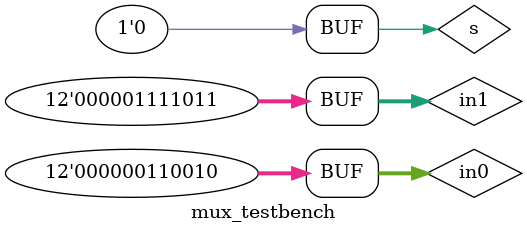
<source format=v>
`timescale 1ns / 1ps


module mux_testbench();

    reg [11:0] in0;
    reg [11:0] in1;
    reg s;
    wire [11:0] out;

    display_mux mux(
    in0,
    in1,
    s,
    out
    );
    
    initial begin
        s = 1;
        #10
        in0 = 10;
        in1 = 100;
        s = 0;
        #10
        s = 1;
        #10
        in1 = 123;
        in0 = 50;
        #10 
        s = 0;
    end
    

endmodule

</source>
